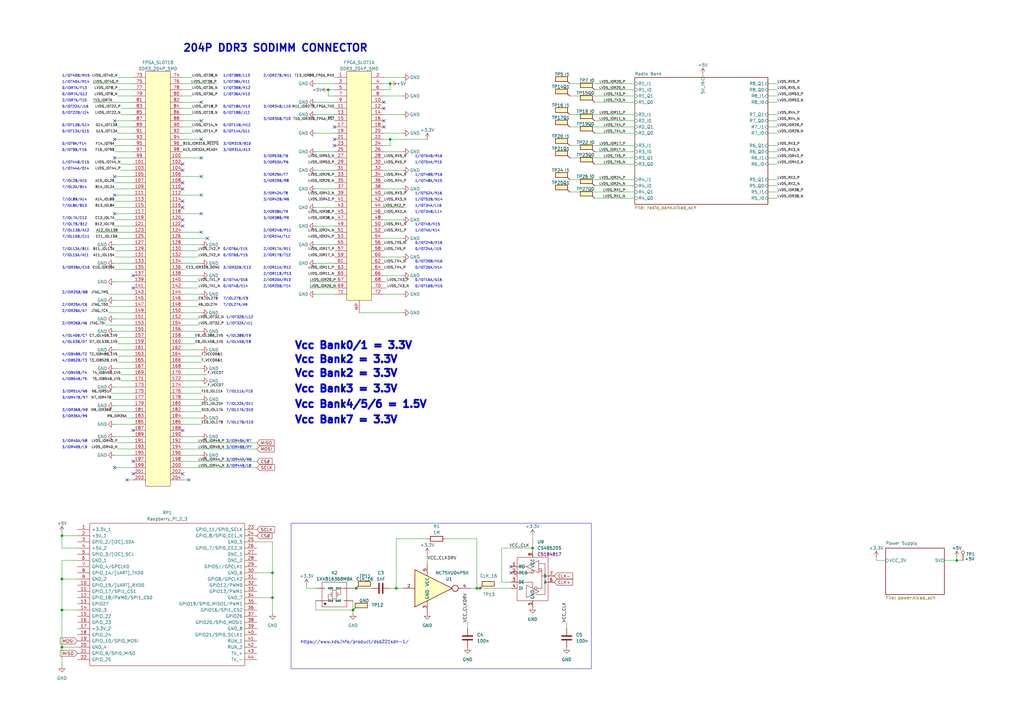
<source format=kicad_sch>
(kicad_sch (version 20231120) (generator "eeschema") (generator_version "8.0")
  (paper "A3")
  (title_block (title "TART-3 Motherboard") (date "2023-05-18") (rev "v3.0.0a1") (company "Tim Molteno") (comment 1 "tim@elec.ac.nz"))
  (junction (at 195.58 241.3))
  (junction (at 146.05 241.3))
  (junction (at 25.4 237.49))
  (junction (at 196.85 241.3))
  (junction (at 160.02 57.15))
  (junction (at 392.43 229.87))
  (junction (at 144.78 250.19))
  (junction (at 134.62 36.83))
  (junction (at 111.76 234.95))
  (junction (at 111.76 245.11))
  (junction (at 25.4 265.43))
  (junction (at 160.02 34.29))
  (junction (at 218.44 224.79))
  (junction (at 162.56 241.3))
  (junction (at 25.4 250.19))
  (junction (at 25.4 219.71))
  (no_connect (at 157.48 41.91))
  (no_connect (at 74.93 90.17))
  (no_connect (at 46.99 87.63))
  (no_connect (at 74.93 77.47))
  (no_connect (at 82.55 80.01))
  (no_connect (at 82.55 49.53))
  (no_connect (at 157.48 52.07))
  (no_connect (at 157.48 49.53))
  (no_connect (at 82.55 57.15))
  (no_connect (at 52.07 196.85))
  (no_connect (at 54.61 118.11))
  (no_connect (at 82.55 41.91))
  (no_connect (at 157.48 44.45))
  (no_connect (at 209.55 234.95))
  (no_connect (at 54.61 194.31))
  (no_connect (at 46.99 57.15))
  (no_connect (at 82.55 72.39))
  (no_connect (at 74.93 194.31))
  (no_connect (at 82.55 95.25))
  (no_connect (at 77.47 196.85))
  (no_connect (at 74.93 82.55))
  (no_connect (at 46.99 49.53))
  (no_connect (at 209.55 232.41))
  (no_connect (at 137.16 52.07))
  (no_connect (at 82.55 87.63))
  (no_connect (at 54.61 176.53))
  (no_connect (at 46.99 191.77))
  (no_connect (at 46.99 80.01))
  (no_connect (at 46.99 64.77))
  (no_connect (at 46.99 72.39))
  (no_connect (at 74.93 67.31))
  (no_connect (at 85.09 97.79))
  (no_connect (at 54.61 189.23))
  (no_connect (at 74.93 85.09))
  (no_connect (at 74.93 74.93))
  (no_connect (at 74.93 69.85))
  (no_connect (at 82.55 64.77))
  (no_connect (at 74.93 92.71))
  (no_connect (at 74.93 176.53))
  (no_connect (at 54.61 113.03))
  (no_connect (at 137.16 59.69))
  (no_connect (at 137.16 57.15))
  (wire (pts (xy 81.28 105.41) (xy 74.93 105.41)))
  (wire (pts (xy 78.74 39.37) (xy 74.93 39.37)))
  (wire (pts (xy 129.54 92.71) (xy 137.16 92.71)))
  (wire (pts (xy 134.62 36.83) (xy 137.16 36.83)))
  (wire (pts (xy 233.68 52.07) (xy 260.35 52.07)))
  (wire (pts (xy 134.62 39.37) (xy 134.62 36.83)))
  (wire (pts (xy 129.54 100.33) (xy 137.16 100.33)))
  (wire (pts (xy 165.1 97.79) (xy 157.48 97.79)))
  (wire (pts (xy 165.1 46.99) (xy 157.48 46.99)))
  (wire (pts (xy 392.43 228.6) (xy 392.43 229.87)))
  (wire (pts (xy 74.93 80.01) (xy 82.55 80.01)))
  (wire (pts (xy 105.41 222.25) (xy 111.76 222.25)))
  (wire (pts (xy 46.99 90.17) (xy 54.61 90.17)))
  (wire (pts (xy 243.84 36.83) (xy 260.35 36.83)))
  (wire (pts (xy 46.99 77.47) (xy 54.61 77.47)))
  (wire (pts (xy 165.1 113.03) (xy 157.48 113.03)))
  (wire (pts (xy 82.55 100.33) (xy 74.93 100.33)))
  (wire (pts (xy 363.22 229.87) (xy 359.41 229.87)))
  (wire (pts (xy 82.55 173.99) (xy 74.93 173.99)))
  (wire (pts (xy 48.26 39.37) (xy 54.61 39.37)))
  (wire (pts (xy 314.96 41.91) (xy 318.77 41.91)))
  (wire (pts (xy 82.55 107.95) (xy 74.93 107.95)))
  (wire (pts (xy 82.55 128.27) (xy 74.93 128.27)))
  (wire (pts (xy 233.68 34.29) (xy 260.35 34.29)))
  (wire (pts (xy 49.53 69.85) (xy 54.61 69.85)))
  (wire (pts (xy 74.93 57.15) (xy 82.55 57.15)))
  (wire (pts (xy 74.93 95.25) (xy 82.55 95.25)))
  (wire (pts (xy 233.68 39.37) (xy 260.35 39.37)))
  (wire (pts (xy 31.75 224.79) (xy 25.4 224.79)))
  (wire (pts (xy 218.44 224.79) (xy 218.44 226.06)))
  (wire (pts (xy 233.68 73.66) (xy 260.35 73.66)))
  (wire (pts (xy 392.43 229.87) (xy 387.35 229.87)))
  (wire (pts (xy 243.84 62.23) (xy 260.35 62.23)))
  (wire (pts (xy 74.93 49.53) (xy 82.55 49.53)))
  (wire (pts (xy 25.4 229.87) (xy 25.4 237.49)))
  (wire (pts (xy 81.28 115.57) (xy 74.93 115.57)))
  (wire (pts (xy 165.1 54.61) (xy 157.48 54.61)))
  (wire (pts (xy 165.1 69.85) (xy 157.48 69.85)))
  (wire (pts (xy 46.99 62.23) (xy 54.61 62.23)))
  (wire (pts (xy 165.1 105.41) (xy 157.48 105.41)))
  (wire (pts (xy 46.99 179.07) (xy 54.61 179.07)))
  (wire (pts (xy 191.77 255.27) (xy 191.77 257.81)))
  (wire (pts (xy 105.41 181.61) (xy 74.93 181.61)))
  (wire (pts (xy 243.84 49.53) (xy 260.35 49.53)))
  (wire (pts (xy 46.99 59.69) (xy 54.61 59.69)))
  (wire (pts (xy 48.26 146.05) (xy 54.61 146.05)))
  (wire (pts (xy 157.48 34.29) (xy 160.02 34.29)))
  (wire (pts (xy 160.02 57.15) (xy 160.02 59.69)))
  (wire (pts (xy 82.55 156.21) (xy 74.93 156.21)))
  (wire (pts (xy 233.68 46.99) (xy 260.35 46.99)))
  (wire (pts (xy 165.1 31.75) (xy 157.48 31.75)))
  (wire (pts (xy 46.99 80.01) (xy 54.61 80.01)))
  (wire (pts (xy 25.4 265.43) (xy 25.4 273.05)))
  (wire (pts (xy 314.96 52.07) (xy 318.77 52.07)))
  (wire (pts (xy 46.99 92.71) (xy 54.61 92.71)))
  (wire (pts (xy 243.84 67.31) (xy 260.35 67.31)))
  (wire (pts (xy 25.4 250.19) (xy 25.4 265.43)))
  (wire (pts (xy 78.74 44.45) (xy 74.93 44.45)))
  (wire (pts (xy 288.29 30.48) (xy 288.29 31.75)))
  (wire (pts (xy 160.02 241.3) (xy 162.56 241.3)))
  (wire (pts (xy 165.1 77.47) (xy 157.48 77.47)))
  (wire (pts (xy 81.28 133.35) (xy 74.93 133.35)))
  (wire (pts (xy 46.99 173.99) (xy 54.61 173.99)))
  (wire (pts (xy 111.76 234.95) (xy 111.76 245.11)))
  (wire (pts (xy 314.96 39.37) (xy 318.77 39.37)))
  (wire (pts (xy 25.4 265.43) (xy 31.75 265.43)))
  (wire (pts (xy 49.53 153.67) (xy 54.61 153.67)))
  (wire (pts (xy 129.54 120.65) (xy 137.16 120.65)))
  (wire (pts (xy 82.55 143.51) (xy 74.93 143.51)))
  (wire (pts (xy 129.54 77.47) (xy 137.16 77.47)))
  (wire (pts (xy 182.88 220.98) (xy 195.58 220.98)))
  (wire (pts (xy 146.05 241.3) (xy 152.4 241.3)))
  (wire (pts (xy 166.37 85.09) (xy 157.48 85.09)))
  (wire (pts (xy 78.74 46.99) (xy 74.93 46.99)))
  (wire (pts (xy 48.26 31.75) (xy 54.61 31.75)))
  (wire (pts (xy 129.54 85.09) (xy 137.16 85.09)))
  (wire (pts (xy 46.99 85.09) (xy 54.61 85.09)))
  (wire (pts (xy 158.75 115.57) (xy 157.48 115.57)))
  (wire (pts (xy 146.05 241.3) (xy 144.78 241.3)))
  (wire (pts (xy 160.02 57.15) (xy 175.26 57.15)))
  (wire (pts (xy 46.99 87.63) (xy 54.61 87.63)))
  (wire (pts (xy 233.68 78.74) (xy 260.35 78.74)))
  (wire (pts (xy 105.41 184.15) (xy 74.93 184.15)))
  (wire (pts (xy 314.96 81.28) (xy 318.77 81.28)))
  (wire (pts (xy 46.99 107.95) (xy 54.61 107.95)))
  (wire (pts (xy 81.28 123.19) (xy 74.93 123.19)))
  (wire (pts (xy 105.41 245.11) (xy 111.76 245.11)))
  (wire (pts (xy 31.75 219.71) (xy 25.4 219.71)))
  (wire (pts (xy 209.55 238.76) (xy 205.74 238.76)))
  (wire (pts (xy 46.99 130.81) (xy 54.61 130.81)))
  (wire (pts (xy 243.84 54.61) (xy 260.35 54.61)))
  (wire (pts (xy 193.04 241.3) (xy 195.58 241.3)))
  (wire (pts (xy 82.55 161.29) (xy 74.93 161.29)))
  (wire (pts (xy 314.96 49.53) (xy 318.77 49.53)))
  (wire (pts (xy 195.58 220.98) (xy 195.58 241.3)))
  (wire (pts (xy 46.99 57.15) (xy 54.61 57.15)))
  (wire (pts (xy 111.76 245.11) (xy 111.76 251.46)))
  (wire (pts (xy 48.26 36.83) (xy 54.61 36.83)))
  (wire (pts (xy 46.99 49.53) (xy 54.61 49.53)))
  (wire (pts (xy 44.45 120.65) (xy 54.61 120.65)))
  (wire (pts (xy 81.28 125.73) (xy 74.93 125.73)))
  (wire (pts (xy 137.16 39.37) (xy 134.62 39.37)))
  (wire (pts (xy 39.37 95.25) (xy 54.61 95.25)))
  (wire (pts (xy 48.26 184.15) (xy 54.61 184.15)))
  (wire (pts (xy 129.54 69.85) (xy 137.16 69.85)))
  (wire (pts (xy 46.99 72.39) (xy 54.61 72.39)))
  (wire (pts (xy 78.74 54.61) (xy 74.93 54.61)))
  (wire (pts (xy 44.45 125.73) (xy 54.61 125.73)))
  (wire (pts (xy 129.54 246.38) (xy 129.54 250.19)))
  (wire (pts (xy 46.99 186.69) (xy 54.61 186.69)))
  (wire (pts (xy 129.54 107.95) (xy 137.16 107.95)))
  (wire (pts (xy 46.99 166.37) (xy 54.61 166.37)))
  (wire (pts (xy 82.55 151.13) (xy 74.93 151.13)))
  (wire (pts (xy 129.54 34.29) (xy 137.16 34.29)))
  (wire (pts (xy 147.32 128.27) (xy 165.1 128.27)))
  (wire (pts (xy 74.93 97.79) (xy 85.09 97.79)))
  (wire (pts (xy 233.68 64.77) (xy 260.35 64.77)))
  (wire (pts (xy 46.99 115.57) (xy 54.61 115.57)))
  (wire (pts (xy 314.96 67.31) (xy 318.77 67.31)))
  (wire (pts (xy 81.28 102.87) (xy 74.93 102.87)))
  (wire (pts (xy 127 115.57) (xy 137.16 115.57)))
  (wire (pts (xy 74.93 41.91) (xy 82.55 41.91)))
  (wire (pts (xy 38.1 34.29) (xy 54.61 34.29)))
  (wire (pts (xy 46.99 151.13) (xy 54.61 151.13)))
  (wire (pts (xy 232.41 255.27) (xy 232.41 257.81)))
  (wire (pts (xy 82.55 179.07) (xy 74.93 179.07)))
  (wire (pts (xy 46.99 158.75) (xy 54.61 158.75)))
  (wire (pts (xy 160.02 36.83) (xy 160.02 34.29)))
  (wire (pts (xy 45.72 163.83) (xy 54.61 163.83)))
  (wire (pts (xy 144.78 250.19) (xy 144.78 251.46)))
  (wire (pts (xy 314.96 36.83) (xy 318.77 36.83)))
  (wire (pts (xy 45.72 161.29) (xy 54.61 161.29)))
  (wire (pts (xy 82.55 113.03) (xy 74.93 113.03)))
  (wire (pts (xy 80.01 140.97) (xy 74.93 140.97)))
  (wire (pts (xy 127 118.11) (xy 137.16 118.11)))
  (wire (pts (xy 25.4 224.79) (xy 25.4 219.71)))
  (wire (pts (xy 49.53 156.21) (xy 54.61 156.21)))
  (wire (pts (xy 43.18 133.35) (xy 54.61 133.35)))
  (wire (pts (xy 218.44 219.71) (xy 218.44 224.79)))
  (wire (pts (xy 81.28 130.81) (xy 74.93 130.81)))
  (wire (pts (xy 46.99 102.87) (xy 54.61 102.87)))
  (wire (pts (xy 46.99 74.93) (xy 54.61 74.93)))
  (wire (pts (xy 157.48 57.15) (xy 160.02 57.15)))
  (wire (pts (xy 88.9 34.29) (xy 74.93 34.29)))
  (wire (pts (xy 82.55 120.65) (xy 74.93 120.65)))
  (wire (pts (xy 129.54 62.23) (xy 137.16 62.23)))
  (wire (pts (xy 31.75 237.49) (xy 25.4 237.49)))
  (wire (pts (xy 314.96 64.77) (xy 318.77 64.77)))
  (wire (pts (xy 81.28 118.11) (xy 74.93 118.11)))
  (wire (pts (xy 82.55 168.91) (xy 74.93 168.91)))
  (wire (pts (xy 314.96 59.69) (xy 318.77 59.69)))
  (wire (pts (xy 82.55 186.69) (xy 74.93 186.69)))
  (wire (pts (xy 74.93 189.23) (xy 105.41 189.23)))
  (wire (pts (xy 165.1 90.17) (xy 157.48 90.17)))
  (wire (pts (xy 46.99 135.89) (xy 54.61 135.89)))
  (wire (pts (xy 129.54 54.61) (xy 137.16 54.61)))
  (wire (pts (xy 165.1 62.23) (xy 157.48 62.23)))
  (wire (pts (xy 82.55 146.05) (xy 74.93 146.05)))
  (wire (pts (xy 129.54 41.91) (xy 137.16 41.91)))
  (wire (pts (xy 48.26 148.59) (xy 54.61 148.59)))
  (wire (pts (xy 162.56 220.98) (xy 162.56 241.3)))
  (wire (pts (xy 175.26 220.98) (xy 162.56 220.98)))
  (wire (pts (xy 80.01 138.43) (xy 74.93 138.43)))
  (wire (pts (xy 243.84 41.91) (xy 260.35 41.91)))
  (wire (pts (xy 129.54 46.99) (xy 137.16 46.99)))
  (wire (pts (xy 48.26 52.07) (xy 54.61 52.07)))
  (wire (pts (xy 74.93 64.77) (xy 82.55 64.77)))
  (wire (pts (xy 392.43 229.87) (xy 394.97 229.87)))
  (wire (pts (xy 196.85 241.3) (xy 209.55 241.3)))
  (wire (pts (xy 48.26 97.79) (xy 54.61 97.79)))
  (wire (pts (xy 165.1 39.37) (xy 157.48 39.37)))
  (wire (pts (xy 74.93 87.63) (xy 82.55 87.63)))
  (wire (pts (xy 105.41 234.95) (xy 111.76 234.95)))
  (wire (pts (xy 85.09 153.67) (xy 74.93 153.67)))
  (wire (pts (xy 76.2 110.49) (xy 74.93 110.49)))
  (wire (pts (xy 78.74 31.75) (xy 74.93 31.75)))
  (wire (pts (xy 82.55 135.89) (xy 74.93 135.89)))
  (wire (pts (xy 157.48 36.83) (xy 160.02 36.83)))
  (wire (pts (xy 48.26 54.61) (xy 54.61 54.61)))
  (wire (pts (xy 158.75 118.11) (xy 157.48 118.11)))
  (wire (pts (xy 46.99 191.77) (xy 54.61 191.77)))
  (wire (pts (xy 85.09 158.75) (xy 74.93 158.75)))
  (wire (pts (xy 243.84 81.28) (xy 260.35 81.28)))
  (wire (pts (xy 82.55 148.59) (xy 74.93 148.59)))
  (wire (pts (xy 46.99 82.55) (xy 54.61 82.55)))
  (wire (pts (xy 359.41 229.87) (xy 359.41 228.6)))
  (wire (pts (xy 314.96 78.74) (xy 318.77 78.74)))
  (wire (pts (xy 205.74 238.76) (xy 205.74 224.79)))
  (wire (pts (xy 25.4 219.71) (xy 25.4 218.44)))
  (wire (pts (xy 46.99 105.41) (xy 54.61 105.41)))
  (wire (pts (xy 129.54 241.3) (xy 125.73 241.3)))
  (wire (pts (xy 46.99 64.77) (xy 54.61 64.77)))
  (wire (pts (xy 314.96 46.99) (xy 318.77 46.99)))
  (wire (pts (xy 46.99 100.33) (xy 54.61 100.33)))
  (wire (pts (xy 48.26 181.61) (xy 54.61 181.61)))
  (wire (pts (xy 82.55 163.83) (xy 74.93 163.83)))
  (wire (pts (xy 48.26 140.97) (xy 54.61 140.97)))
  (wire (pts (xy 314.96 76.2) (xy 318.77 76.2)))
  (wire (pts (xy 111.76 222.25) (xy 111.76 234.95)))
  (wire (pts (xy 314.96 54.61) (xy 318.77 54.61)))
  (wire (pts (xy 74.93 191.77) (xy 105.41 191.77)))
  (wire (pts (xy 74.93 72.39) (xy 82.55 72.39)))
  (wire (pts (xy 314.96 62.23) (xy 318.77 62.23)))
  (wire (pts (xy 25.4 237.49) (xy 25.4 250.19)))
  (wire (pts (xy 38.1 41.91) (xy 54.61 41.91)))
  (wire (pts (xy 160.02 59.69) (xy 157.48 59.69)))
  (wire (pts (xy 205.74 224.79) (xy 218.44 224.79)))
  (wire (pts (xy 52.07 196.85) (xy 54.61 196.85)))
  (wire (pts (xy 46.99 123.19) (xy 54.61 123.19)))
  (wire (pts (xy 78.74 52.07) (xy 74.93 52.07)))
  (wire (pts (xy 243.84 76.2) (xy 260.35 76.2)))
  (wire (pts (xy 129.54 250.19) (xy 144.78 250.19)))
  (wire (pts (xy 74.93 196.85) (xy 77.47 196.85)))
  (wire (pts (xy 175.26 227.33) (xy 175.26 231.14)))
  (wire (pts (xy 314.96 73.66) (xy 318.77 73.66)))
  (wire (pts (xy 46.99 110.49) (xy 54.61 110.49)))
  (wire (pts (xy 314.96 34.29) (xy 318.77 34.29)))
  (wire (pts (xy 195.58 241.3) (xy 196.85 241.3)))
  (wire (pts (xy 162.56 241.3) (xy 165.1 241.3)))
  (wire (pts (xy 165.1 120.65) (xy 157.48 120.65)))
  (wire (pts (xy 125.73 241.3) (xy 125.73 240.03)))
  (wire (pts (xy 82.55 171.45) (xy 74.93 171.45)))
  (wire (pts (xy 78.74 36.83) (xy 74.93 36.83)))
  (wire (pts (xy 25.4 250.19) (xy 31.75 250.19)))
  (wire (pts (xy 45.72 168.91) (xy 54.61 168.91)))
  (wire (pts (xy 233.68 59.69) (xy 260.35 59.69)))
  (wire (pts (xy 44.45 128.27) (xy 54.61 128.27)))
  (wire (pts (xy 46.99 143.51) (xy 54.61 143.51)))
  (wire (pts (xy 31.75 229.87) (xy 25.4 229.87)))
  (wire (pts (xy 49.53 46.99) (xy 54.61 46.99)))
  (wire (pts (xy 144.78 246.38) (xy 144.78 250.19)))
  (wire (pts (xy 49.53 67.31) (xy 54.61 67.31)))
  (wire (pts (xy 49.53 44.45) (xy 54.61 44.45)))
  (wire (pts (xy 52.07 171.45) (xy 54.61 171.45)))
  (wire (pts (xy 48.26 138.43) (xy 54.61 138.43)))
  (wire (pts (xy 82.55 166.37) (xy 74.93 166.37)))
  (rectangle (start 119.38 214.63) (end 242.57 274.32))
  (text "2/IOR24A/T11\n" (at 107.95 97.79 0) (effects (font (size 1 1)) (justify left bottom)))
  (text "1/IOT36B/K12\n" (at 91.44 36.83 0) (effects (font (size 1 1)) (justify left bottom)))
  (text "0/IOT16B/H15\n" (at 170.18 118.11 0) (effects (font (size 1 1)) (justify left bottom)))
  (text "0/IOT22B/J14\n" (at 25.4 46.99 0) (effects (font (size 1 1)) (justify left bottom)))
  (text "2/IOR17B/T12\n" (at 107.95 105.41 0) (effects (font (size 1 1)) (justify left bottom)))
  (text "Vcc Bank0/1 = 3.3V" (at 120.65 143.51 0) (effects (font (size 3 3) (thickness 1.6) (bold yes)) (justify left bottom)))
  (text "2/IOR17A/R11\n" (at 107.95 102.87 0) (effects (font (size 1 1)) (justify left bottom)))
  (text "0/IOT18B/J12\n" (at 91.44 46.99 0) (effects (font (size 1 1)) (justify left bottom)))
  (text "4/IOL40B/C7\n" (at 25.4 138.43 0) (effects (font (size 1 1)) (justify left bottom)))
  (text "3/IOR44B/L8" (at 92.71 191.77 0) (effects (font (size 1 1)) (justify left bottom)))
  (text "Vcc Bank3 = 3.3V" (at 120.65 161.29 0) (effects (font (size 3 3) (thickness 1.6) (bold yes)) (justify left bottom)))
  (text "3/IOR47B/N7" (at 25.4 163.83 0) (effects (font (size 1 1)) (justify left bottom)))
  (text "3/IOR40B/L9\n" (at 25.4 184.15 0) (effects (font (size 1 1)) (justify left bottom)))
  (text "2/IOR11B/P13\n" (at 107.95 113.03 0) (effects (font (size 1 1)) (justify left bottom)))
  (text "0/IOT22A/J16\n" (at 25.4 44.45 0) (effects (font (size 1 1)) (justify left bottom)))
  (text "4/IOB52B/T3" (at 25.4 148.59 0) (effects (font (size 1 1)) (justify left bottom)))
  (text "3/IOR35B/T10\n" (at 107.95 49.53 0) (effects (font (size 1 1)) (justify left bottom)))
  (text "3/IOR29B/R8\n" (at 107.95 74.93 0) (effects (font (size 1 1)) (justify left bottom)))
  (text "0/IOT6A/E15\n" (at 91.44 102.87 0) (effects (font (size 1 1)) (justify left bottom)))
  (text "0/IOT13B/G14\n" (at 25.4 52.07 0) (effects (font (size 1 1)) (justify left bottom)))
  (text "204P DDR3 SODIMM CONNECTOR" (at 74.93 21.59 0) (effects (font (size 3.048 3.048) (bold yes)) (justify left bottom)))
  (text "2/IOR20A/R13\n" (at 107.95 115.57 0) (effects (font (size 1 1)) (justify left bottom)))
  (text "2/IOR25A/C6\n" (at 25.4 125.73 0) (effects (font (size 1 1)) (justify left bottom)))
  (text "1/IOT54A/P15\n" (at 170.18 67.31 0) (effects (font (size 1 1)) (justify left bottom)))
  (text "1/IOT44B/E15\n" (at 25.4 67.31 0) (effects (font (size 1 1)) (justify left bottom)))
  (text "7/IOL27A/A9\n" (at 91.44 125.73 0) (effects (font (size 1 1)) (justify left bottom)))
  (text "4/IOB54B/T5\n" (at 25.4 156.21 0) (effects (font (size 1 1)) (justify left bottom)))
  (text "0/IOT16A/G16\n" (at 170.18 115.57 0) (effects (font (size 1 1)) (justify left bottom)))
  (text "7/IOL17A/D10\n" (at 92.71 168.91 0) (effects (font (size 1 1)) (justify left bottom)))
  (text "7/IOL2B/A15\n" (at 25.4 74.93 0) (effects (font (size 1 1)) (justify left bottom)))
  (text "7/IOL27B/C9\n" (at 91.44 123.19 0) (effects (font (size 1 1)) (justify left bottom)))
  (text "1/IOT38B/L13\n" (at 91.44 31.75 0) (effects (font (size 1 1)) (justify left bottom)))
  (text "3/IOR31A/A13" (at 91.44 62.23 0) (effects (font (size 1 1)) (justify left bottom)))
  (text "1/IOT52A/N16\n" (at 170.18 80.01 0) (effects (font (size 1 1)) (justify left bottom)))
  (text "3/IOR31B/B10" (at 91.44 59.69 0) (effects (font (size 1 1)) (justify left bottom)))
  (text "Vcc Bank7 = 3.3V" (at 120.65 173.99 0) (effects (font (size 3 3) (thickness 1.6) (bold yes)) (justify left bottom)))
  (text "3/IOR36B/N9\n" (at 25.4 168.91 0) (effects (font (size 1 1)) (justify left bottom)))
  (text "3/IOR39A/C10" (at 25.4 110.49 0) (effects (font (size 1 1)) (justify left bottom)))
  (text "1/IOT38A/K11\n" (at 91.44 34.29 0) (effects (font (size 1 1)) (justify left bottom)))
  (text "2/IOR7A/T15\n" (at 25.4 41.91 0) (effects (font (size 1 1)) (justify left bottom)))
  (text "1/IOT32A/J11\n" (at 92.71 133.35 0) (effects (font (size 1 1)) (justify left bottom)))
  (text "7/IOL2A/B14\n" (at 25.4 77.47 0) (effects (font (size 1 1)) (justify left bottom)))
  (text "4/IOL38B/E9\n" (at 92.71 138.43 0) (effects (font (size 1 1)) (justify left bottom)))
  (text "0/IOT6B/F15\n" (at 91.44 105.41 0) (effects (font (size 1 1)) (justify left bottom)))
  (text "1/IOT34B/L14\n" (at 170.18 87.63 0) (effects (font (size 1 1)) (justify left bottom)))
  (text "0/IOT24B/K16\n" (at 170.18 100.33 0) (effects (font (size 1 1)) (justify left bottom)))
  (text "3/IOR51A/N6\n" (at 25.4 161.29 0) (effects (font (size 1 1)) (justify left bottom)))
  (text "3/IOR40A/N8\n" (at 25.4 181.61 0) (effects (font (size 1 1)) (justify left bottom)))
  (text "0/IOT18A/H13" (at 91.44 44.45 0) (effects (font (size 1 1)) (justify left bottom)))
  (text "2/IOR24B/P11\n" (at 107.95 95.25 0) (effects (font (size 1 1)) (justify left bottom)))
  (text "3/IOR34B/L10\n" (at 107.95 44.45 0) (effects (font (size 1 1)) (justify left bottom)))
  (text "3/IOR49A/R7" (at 92.71 181.61 0) (effects (font (size 1 1)) (justify left bottom)))
  (text "7/IOL7A/C12\n" (at 25.4 90.17 0) (effects (font (size 1 1)) (justify left bottom)))
  (text "1/IOT52B/N14\n" (at 170.18 82.55 0) (effects (font (size 1 1)) (justify left bottom)))
  (text "1/IOT32B/L12\n" (at 92.71 130.81 0) (effects (font (size 1 1)) (justify left bottom)))
  (text "2/IOR26B/A6\n" (at 25.4 133.35 0) (effects (font (size 1 1)) (justify left bottom)))
  (text "7/IOL11A/F10\n" (at 92.71 161.29 0) (effects (font (size 1 1)) (justify left bottom)))
  (text "2/IOR27B/M11\n" (at 107.95 31.75 0) (effects (font (size 1 1)) (justify left bottom)))
  (text "4/IOB45B/T4\n" (at 25.4 153.67 0) (effects (font (size 1 1)) (justify left bottom)))
  (text "0/IOT20A/H14\n" (at 170.18 110.49 0) (effects (font (size 1 1)) (justify left bottom)))
  (text "3/IOR38B/P9\n" (at 107.95 90.17 0) (effects (font (size 1 1)) (justify left bottom)))
  (text "3/IOR35A/R9\n" (at 25.4 171.45 0) (effects (font (size 1 1)) (justify left bottom)))
  (text "1/IOT48A/N15\n" (at 170.18 74.93 0) (effects (font (size 1 1)) (justify left bottom)))
  (text "https://www.kds.info/product/dsb221sdn-1/" (at 123.19 264.16 0) (effects (font (size 1.27 1.27)) (justify left bottom)))
  (text "3/IOR53A/P6\n" (at 107.95 67.31 0) (effects (font (size 1 1)) (justify left bottom)))
  (text "7/IOL13B/A12\n" (at 25.4 95.25 0) (effects (font (size 1 1)) (justify left bottom)))
  (text "1/IOT54B/R16\n" (at 170.18 64.77 0) (effects (font (size 1 1)) (justify left bottom)))
  (text "0/IOT20B/H16\n" (at 170.18 107.95 0) (effects (font (size 1 1)) (justify left bottom)))
  (text "4/IOB48B/T2" (at 25.4 146.05 0) (effects (font (size 1 1)) (justify left bottom)))
  (text "2/IOR26A/A7\n" (at 25.4 128.27 0) (effects (font (size 1 1)) (justify left bottom)))
  (text "2/IOR25B/B8\n" (at 25.4 120.65 0) (effects (font (size 1 1)) (justify left bottom)))
  (text "7/IOL15B/C11\n" (at 25.4 97.79 0) (effects (font (size 1 1)) (justify left bottom)))
  (text "7/IOL7B/B12\n" (at 25.4 92.71 0) (effects (font (size 1 1)) (justify left bottom)))
  (text "7/IOL17B/E10\n" (at 92.71 173.99 0) (effects (font (size 1 1)) (justify left bottom)))
  (text "3/IOR38A/T9\n" (at 107.95 87.63 0) (effects (font (size 1 1)) (justify left bottom)))
  (text "Vcc Bank2 = 3.3V" (at 120.65 154.94 0) (effects (font (size 3 3) (thickness 1.6) (bold yes)) (justify left bottom)))
  (text "3/IOR29A/T7\n" (at 107.95 72.39 0) (effects (font (size 1 1)) (justify left bottom)))
  (text "0/IOT24A/J15\n" (at 170.18 102.87 0) (effects (font (size 1 1)) (justify left bottom)))
  (text "0/IOT14A/G11" (at 91.44 54.61 0) (effects (font (size 1 1)) (justify left bottom)))
  (text "2/IOR11A/R12\n" (at 107.95 110.49 0) (effects (font (size 1 1)) (justify left bottom)))
  (text "3/IOR42A/T8\n" (at 107.95 80.01 0) (effects (font (size 1 1)) (justify left bottom)))
  (text "4/IOL53B/D7" (at 25.4 140.97 0) (effects (font (size 1 1)) (justify left bottom)))
  (text "1/IOT40A/M14\n" (at 25.4 34.29 0) (effects (font (size 1 1)) (justify left bottom)))
  (text "Vcc Bank4/5/6 = 1.5V" (at 120.65 167.64 0) (effects (font (size 3 3) (thickness 1.6) (bold yes)) (justify left bottom)))
  (text "3/IOR53B/T6\n" (at 107.95 64.77 0) (effects (font (size 1 1)) (justify left bottom)))
  (text "0/IOT4B/E14\n" (at 91.44 118.11 0) (effects (font (size 1 1)) (justify left bottom)))
  (text "0/IOT9A/F14\n" (at 25.4 59.69 0) (effects (font (size 1 1)) (justify left bottom)))
  (text "1/IOT36A/K13\n" (at 91.44 39.37 0) (effects (font (size 1 1)) (justify left bottom)))
  (text "0/IOT13A/G15\n" (at 25.4 54.61 0) (effects (font (size 1 1)) (justify left bottom)))
  (text "0/IOR7A/G12" (at 25.4 39.37 0) (effects (font (size 1 1)) (justify left bottom)))
  (text "3/IOR32B/C13\n" (at 91.44 110.49 0) (effects (font (size 1 1)) (justify left bottom)))
  (text "1/IOT34A/L16\n" (at 170.18 85.09 0) (effects (font (size 1 1)) (justify left bottom)))
  (text "1/IOT44A/D14" (at 25.4 69.85 0) (effects (font (size 1 1)) (justify left bottom)))
  (text "0/IOT4A/D16\n" (at 91.44 115.57 0) (effects (font (size 1 1)) (justify left bottom)))
  (text "0/IOR7A/F13\n" (at 25.4 36.83 0) (effects (font (size 1 1)) (justify left bottom)))
  (text "7/IOL15A/A11\n" (at 25.4 105.41 0) (effects (font (size 1 1)) (justify left bottom)))
  (text "7/IOL13A/B11\n" (at 25.4 102.87 0) (effects (font (size 1 1)) (justify left bottom)))
  (text "7/IOL22A/D11\n" (at 92.71 166.37 0) (effects (font (size 1 1)) (justify left bottom)))
  (text "4/IOL45B/E8\n" (at 92.71 140.97 0) (effects (font (size 1 1)) (justify left bottom)))
  (text "2/IOR20B/T14\n" (at 107.95 118.11 0) (effects (font (size 1 1)) (justify left bottom)))
  (text "1/IOT40B/M15\n" (at 25.4 31.75 0) (effects (font (size 1 1)) (justify left bottom)))
  (text "3/IOR44A/M6\n" (at 92.71 189.23 0) (effects (font (size 1 1)) (justify left bottom)))
  (text "1/IOT4B/K15\n" (at 170.18 92.71 0) (effects (font (size 1 1)) (justify left bottom)))
  (text "Vcc Bank2 = 3.3V" (at 120.65 149.225 0) (effects (font (size 3 3) (thickness 1.6) (bold yes)) (justify left bottom)))
  (text "3/IOR42B/M6\n" (at 107.95 82.55 0) (effects (font (size 1 1)) (justify left bottom)))
  (text "0/IOT14B/H12\n" (at 91.44 52.07 0) (effects (font (size 1 1)) (justify left bottom)))
  (text "7/IOL8B/A14\n" (at 25.4 82.55 0) (effects (font (size 1 1)) (justify left bottom)))
  (text "3/IOR49B/P7\n" (at 92.71 184.15 0) (effects (font (size 1 1)) (justify left bottom)))
  (text "1/IOT48B/P16\n" (at 170.18 72.39 0) (effects (font (size 1 1)) (justify left bottom)))
  (text "0/IOT9B/F16\n" (at 25.4 62.23 0) (effects (font (size 1 1)) (justify left bottom)))
  (text "1/IOT4A/K14\n" (at 170.18 95.25 0) (effects (font (size 1 1)) (justify left bottom)))
  (text "7/IOL8A/B13\n" (at 25.4 85.09 0) (effects (font (size 1 1)) (justify left bottom)))
  (label "R9_IOR35A" (at 52.07 171.45 180) (effects (font (size 1 1))))
  (label "LVDS_IOR20_N" (at 127 118.11 0) (effects (font (size 1 1))))
  (label "LVDS_RX5_P" (at 318.77 34.29 0) (effects (font (size 1 1))))
  (label "LVDS_RX5_N" (at 157.48 64.77 0) (effects (font (size 1 1))))
  (label "LVDS_IOR38_N" (at 137.16 90.17 180) (effects (font (size 1 1))))
  (label "E8_IOL45B_1V5" (at 80.01 140.97 0) (effects (font (size 1 1))))
  (label "B10_IOR31B_~{RECFG}" (at 74.93 59.69 0) (effects (font (size 1 1))))
  (label "LVDS_IOR11_P" (at 137.16 110.49 180) (effects (font (size 1 1))))
  (label "LVDS_RX4_N" (at 157.48 72.39 0) (effects (font (size 1 1))))
  (label "VCC_CLKDRV" (at 191.77 255.27 90))
  (label "LVDS_RX2_N" (at 157.48 87.63 0) (effects (font (size 1 1))))
  (label "LVDS_IOR17_P" (at 256.54 59.69 180) (effects (font (size 1 1))))
  (label "LVDS_IOR42_N" (at 137.16 80.01 180) (effects (font (size 1 1))))
  (label "LVDS_IOR11_N" (at 137.16 113.03 180) (effects (font (size 1 1))))
  (label "C11_IOL15B" (at 48.26 97.79 180) (effects (font (size 1 1))))
  (label "LVDS_IOT40_P" (at 38.1 34.29 0) (effects (font (size 1 1))))
  (label "F16_IOT9B" (at 46.99 62.23 180) (effects (font (size 1 1))))
  (label "LVDS_TX2_P" (at 81.28 102.87 0) (effects (font (size 1 1))))
  (label "LVDS_IOT14_P" (at 78.74 54.61 0) (effects (font (size 1 1))))
  (label "F_VCCO7" (at 85.09 158.75 0) (effects (font (size 1 1))))
  (label "LVDS_TX4_N" (at 157.48 107.95 0) (effects (font (size 1 1))))
  (label "LVDS_IOT36_N" (at 78.74 36.83 0) (effects (font (size 1 1))))
  (label "LVDS_IOR44_P" (at 81.28 189.23 0) (effects (font (size 1 1))))
  (label "LVDS_IOR20_N" (at 256.54 36.83 180) (effects (font (size 1 1))))
  (label "LVDS_TX5_N" (at 157.48 100.33 0) (effects (font (size 1 1))))
  (label "B12_IOL7B" (at 46.99 92.71 180) (effects (font (size 1 1))))
  (label "LVDS_IOR49_N" (at 81.28 184.15 0) (effects (font (size 1 1))))
  (label "LVDS_TX1_N" (at 81.28 118.11 0) (effects (font (size 1 1))))
  (label "T3_IOB52B_1V5" (at 48.26 148.59 180) (effects (font (size 1 1))))
  (label "A12_IOL13B" (at 39.37 95.25 0) (effects (font (size 1 1))))
  (label "LVDS_RX3_N" (at 318.77 62.23 0) (effects (font (size 1 1))))
  (label "LVDS_IOT44_P" (at 49.53 69.85 180) (effects (font (size 1 1))))
  (label "C12_IOL7A" (at 46.99 90.17 180) (effects (font (size 1 1))))
  (label "LVDS_RX4_P" (at 318.77 46.99 0) (effects (font (size 1 1))))
  (label "C9_IOL27B" (at 81.28 123.19 0) (effects (font (size 1 1))))
  (label "LVDS_RX4_P" (at 157.48 74.93 0) (effects (font (size 1 1))))
  (label "E10_IOL17B" (at 82.55 173.99 0) (effects (font (size 1 1))))
  (label "LVDS_IOR20_P" (at 127 115.57 0) (effects (font (size 1 1))))
  (label "VCC_CLK" (at 232.41 255.27 90))
  (label "LVDS_IOR29_P" (at 137.16 72.39 180) (effects (font (size 1 1))))
  (label "VCC_CLK" (at 217.17 224.79 180))
  (label "LVDS_RX2_P" (at 166.37 85.09 180) (effects (font (size 1 1))))
  (label "LVDS_IOR49_P" (at 81.28 181.61 0) (effects (font (size 1 1))))
  (label "LVDS_IOT22_N" (at 49.53 46.99 180) (effects (font (size 1 1))))
  (label "LVDS_TX3_P" (at 256.54 39.37 180) (effects (font (size 1 1))))
  (label "LVDS_IOR29_N" (at 137.16 74.93 180) (effects (font (size 1 1))))
  (label "LVDS_IOR40_P" (at 48.26 181.61 180) (effects (font (size 1 1))))
  (label "LVDS_RX5_N" (at 318.77 36.83 0) (effects (font (size 1 1))))
  (label "LVDS_IOR38_P" (at 318.77 78.74 0) (effects (font (size 1 1))))
  (label "LVDS_IOR38_P" (at 137.16 87.63 180) (effects (font (size 1 1))))
  (label "LVDS_RX3_N" (at 157.48 82.55 0) (effects (font (size 1 1))))
  (label "LVDS_TX4_P" (at 157.48 110.49 0) (effects (font (size 1 1))))
  (label "LVDS_TX5_P" (at 256.54 64.77 180) (effects (font (size 1 1))))
  (label "T5_IOB54B_1V5" (at 49.53 156.21 180) (effects (font (size 1 1))))
  (label "F10_IOL11A" (at 82.55 161.29 0) (effects (font (size 1 1))))
  (label "LVDS_IOR20_P" (at 256.54 34.29 180) (effects (font (size 1 1))))
  (label "F_VCCO7" (at 85.09 153.67 0) (effects (font (size 1 1))))
  (label "LVDS_IOR42_N" (at 318.77 67.31 0) (effects (font (size 1 1))))
  (label "LVDS_IOT8_N" (at 48.26 39.37 180) (effects (font (size 1 1))))
  (label "LVDS_RX1_P" (at 256.54 78.74 180) (effects (font (size 1 1))))
  (label "LVDS_TX4_N" (at 256.54 54.61 180) (effects (font (size 1 1))))
  (label "LVDS_IOR24_N" (at 137.16 95.25 180) (effects (font (size 1 1))))
  (label "JTAG_TCK" (at 44.45 128.27 180) (effects (font (size 1 1))))
  (label "LVDS_IOT8_P" (at 48.26 36.83 180) (effects (font (size 1 1))))
  (label "A13_IOR32A_READY" (at 74.93 62.23 0) (effects (font (size 1 1))))
  (label "B13_IOL8A" (at 46.99 85.09 180) (effects (font (size 1 1))))
  (label "LVDS_RX2_P" (at 318.77 73.66 0) (effects (font (size 1 1))))
  (label "M11_IOR27B_FPGA_TXO" (at 137.16 44.45 180) (effects (font (size 1 1))))
  (label "LVDS_TX5_N" (at 256.54 67.31 180) (effects (font (size 1 1))))
  (label "LVDS_IOR53_N" (at 318.77 41.91 0) (effects (font (size 1 1))))
  (label "JTAG_TDI" (at 43.18 133.35 180) (effects (font (size 1 1))))
  (label "E9_IOL38B_1V5" (at 80.01 138.43 0) (effects (font (size 1 1))))
  (label "LVDS_IOT18_N" (at 78.74 46.99 0) (effects (font (size 1 1))))
  (label "LVDS_IOT40_N" (at 48.26 31.75 180) (effects (font (size 1 1))))
  (label "LVDS_IOT22_P" (at 49.53 44.45 180) (effects (font (size 1 1))))
  (label "A9_IOL27A" (at 81.28 125.73 0) (effects (font (size 1 1))))
  (label "LVDS_IOR38_N" (at 318.77 81.28 0) (effects (font (size 1 1))))
  (label "D11_IOL22A" (at 82.55 166.37 0) (effects (font (size 1 1))))
  (label "LVDS_IOR44_P" (at 806.45 265.43 180) (effects (font (size 1 1))))
  (label "A11_IOL15A" (at 46.99 105.41 180) (effects (font (size 1 1))))
  (label "C13_IOR32B_DONE" (at 76.2 110.49 0) (effects (font (size 1 1))))
  (label "LVDS_IOT36_P" (at 78.74 39.37 0) (effects (font (size 1 1))))
  (label "C10_IOR39A" (at 46.99 110.49 180) (effects (font (size 1 1))))
  (label "LVDS_IOR53_N" (at 137.16 64.77 180) (effects (font (size 1 1))))
  (label "D10_IOL17A" (at 82.55 168.91 0) (effects (font (size 1 1))))
  (label "LVDS_IOT14_N" (at 78.74 52.07 0) (effects (font (size 1 1))))
  (label "LVDS_RX3_P" (at 157.48 80.01 0) (effects (font (size 1 1))))
  (label "LVDS_IOR17_P" (at 137.16 102.87 180) (effects (font (size 1 1))))
  (label "A15_IOL2B" (at 46.99 74.93 180) (effects (font (size 1 1))))
  (label "A14_IOL8B" (at 46.99 82.55 180) (effects (font (size 1 1))))
  (label "G15_IOT13A" (at 48.26 54.61 180) (effects (font (size 1 1))))
  (label "LVDS_IOT32_P" (at 81.28 133.35 0) (effects (font (size 1 1))))
  (label "N7_IOR47B" (at 45.72 163.83 180) (effects (font (size 1 1))))
  (label "F_VCCO0&1" (at 82.55 148.59 0) (effects (font (size 1 1))))
  (label "LVDS_IOR44_N" (at 81.28 191.77 0) (effects (font (size 1 1))))
  (label "T13_IOR8B_FPGA_RXO" (at 137.16 31.75 180) (effects (font (size 1 1))))
  (label "LVDS_TX1_P" (at 81.28 115.57 0) (effects (font (size 1 1))))
  (label "LVDS_IOR11_P" (at 256.54 46.99 180) (effects (font (size 1 1))))
  (label "LVDS_RX1_P" (at 157.48 95.25 0) (effects (font (size 1 1))))
  (label "N6_IOR51A" (at 45.72 161.29 180) (effects (font (size 1 1))))
  (label "LVDS_IOT44_N" (at 49.53 67.31 180) (effects (font (size 1 1))))
  (label "F_VCCO0&1" (at 82.55 146.05 0) (effects (font (size 1 1))))
  (label "LVDS_IOT18_P" (at 78.74 44.45 0) (effects (font (size 1 1))))
  (label "LVDS_RX1_N" (at 157.48 92.71 0) (effects (font (size 1 1))))
  (label "LVDS_IOR17_N" (at 137.16 105.41 180) (effects (font (size 1 1))))
  (label "LVDS_RX5_P" (at 157.48 67.31 0) (effects (font (size 1 1))))
  (label "LVDS_RX1_N" (at 256.54 81.28 180) (effects (font (size 1 1))))
  (label "LVDS_IOT32_N" (at 81.28 130.81 0) (effects (font (size 1 1))))
  (label "LVDS_IOT38_N" (at 78.74 31.75 0) (effects (font (size 1 1))))
  (label "LVDS_IOR29_P" (at 318.77 52.07 0) (effects (font (size 1 1))))
  (label "LVDS_IOR42_P" (at 137.16 82.55 180) (effects (font (size 1 1))))
  (label "C9_IOL27B" (at 701.04 346.71 180) (effects (font (size 1 1))))
  (label "LVDS_TX5_P" (at 157.48 102.87 0) (effects (font (size 1 1))))
  (label "C7_IOL40B_1V5" (at 48.26 138.43 180) (effects (font (size 1 1))))
  (label "LVDS_IOR24_P" (at 256.54 73.66 180) (effects (font (size 1 1))))
  (label "LVDS_TX4_P" (at 256.54 52.07 180) (effects (font (size 1 1))))
  (label "LVDS_RX4_N" (at 318.77 49.53 0) (effects (font (size 1 1))))
  (label "LVDS_IOR42_P" (at 318.77 64.77 0) (effects (font (size 1 1))))
  (label "G14_IOT13B" (at 48.26 52.07 180) (effects (font (size 1 1))))
  (label "LVDS_IOR24_N" (at 256.54 76.2 180) (effects (font (size 1 1))))
  (label "LVDS_RX3_P" (at 318.77 59.69 0) (effects (font (size 1 1))))
  (label "LVDS_IOR17_N" (at 256.54 62.23 180) (effects (font (size 1 1))))
  (label "D7_IOL53B_1V5" (at 48.26 140.97 180) (effects (font (size 1 1))))
  (label "LVDS_IOR24_P" (at 137.16 97.79 180) (effects (font (size 1 1))))
  (label "LVDS_RX2_N" (at 318.77 76.2 0) (effects (font (size 1 1))))
  (label "LVDS_IOR11_N" (at 256.54 49.53 180) (effects (font (size 1 1))))
  (label "LVDS_IOR53_P" (at 318.77 39.37 0) (effects (font (size 1 1))))
  (label "T2_IOB48B_1V5" (at 48.26 146.05 180) (effects (font (size 1 1))))
  (label "T15_IOR7A" (at 38.1 41.91 0) (effects (font (size 1 1))))
  (label "LVDS_IOR53_P" (at 137.16 67.31 180) (effects (font (size 1 1))))
  (label "T4_IOB45B_1V5" (at 49.53 153.67 180) (effects (font (size 1 1))))
  (label "LVDS_IOR40_N" (at 48.26 184.15 180) (effects (font (size 1 1))))
  (label "LVDS_TX2_N" (at 81.28 105.41 0) (effects (font (size 1 1))))
  (label "LVDS_IOT38_P" (at 88.9 34.29 180) (effects (font (size 1 1))))
  (label "JTAG_TDO" (at 44.45 125.73 180) (effects (font (size 1 1))))
  (label "LVDS_TX3_N" (at 158.75 118.11 0) (effects (font (size 1 1))))
  (label "N9_IOR36B" (at 45.72 168.91 180) (effects (font (size 1 1))))
  (label "T10_IOR35B_FPGA_~{RST}" (at 137.16 49.53 180) (effects (font (size 1 1))))
  (label "B14_IOL2A" (at 46.99 77.47 180) (effects (font (size 1 1))))
  (label "LVDS_TX3_P" (at 158.75 115.57 0) (effects (font (size 1 1))))
  (label "F14_IOT9A" (at 46.99 59.69 180) (effects (font (size 1 1))))
  (label "VCC_CLKDRV" (at 175.26 229.87 0))
  (label "LVDS_TX3_N" (at 256.54 41.91 180) (effects (font (size 1 1))))
  (label "JTAG_TMS" (at 44.45 120.65 180) (effects (font (size 1 1))))
  (label "B11_IOL13A" (at 46.99 102.87 180) (effects (font (size 1 1))))
  (label "LVDS_IOR29_N" (at 318.77 54.61 0) (effects (font (size 1 1))))
  (global_label "CLK+" (shape input) (at 227.33 238.76 0) (property "Intersheetrefs" "${INTERSHEET_REFS}" (effects (hide yes))))
  (global_label "MISO" (shape input) (at 105.41 181.61 0) (property "Intersheetrefs" "${INTERSHEET_REFS}" (effects (hide yes))))
  (global_label "CS#" (shape input) (at 105.41 219.71 0) (property "Intersheetrefs" "${INTERSHEET_REFS}" (effects (hide yes))))
  (global_label "MOSI" (shape input) (at 105.41 184.15 0) (property "Intersheetrefs" "${INTERSHEET_REFS}" (effects (hide yes))))
  (global_label "SCLK" (shape input) (at 105.41 191.77 0) (property "Intersheetrefs" "${INTERSHEET_REFS}" (effects (hide yes))))
  (global_label "CLK-" (shape input) (at 227.33 236.22 0) (property "Intersheetrefs" "${INTERSHEET_REFS}" (effects (hide yes))))
  (global_label "SCLK" (shape input) (at 105.41 217.17 0) (property "Intersheetrefs" "${INTERSHEET_REFS}" (effects (hide yes))))
  (global_label "MOSI" (shape input) (at 31.75 262.89 180) (property "Intersheetrefs" "${INTERSHEET_REFS}" (effects (hide yes))))
  (global_label "MISO" (shape input) (at 31.75 267.97 180) (property "Intersheetrefs" "${INTERSHEET_REFS}" (effects (hide yes))))
  (global_label "CS#" (shape input) (at 105.41 189.23 0) (property "Intersheetrefs" "${INTERSHEET_REFS}" (effects (hide yes))))
  (symbol (lib_id "power:+5V") (at 288.29 30.48 0) (unit 1)
    (property "Reference" "#PWR074" (effects (hide yes)))
    (property "Value" "+5V" (at 288.29 26.67 0))
  )
  (symbol (lib_id "power:GND") (at 46.99 115.57 270) (unit 1)
    (property "Reference" "#PWR03" (effects (hide yes)))
    (property "Value" "GND" (at 41.91 115.57 90))
  )
  (symbol (lib_id "Connector:TestPoint_Flag") (at 243.84 54.61 0) (mirror y) (unit 1)
    (property "Reference" "TP19" (at 241.3 50.8 0) (effects (justify left)))
    (property "Value" "Q0" (at 243.84 50.8 0) (effects (justify left)))
    (property "Footprint" "TestPoint:TestPoint_Keystone_5015_Micro-Minature" (effects (hide yes)))
  )
  (symbol (lib_id "power:GND") (at 46.99 100.33 270) (unit 1)
    (property "Reference" "#PWR01" (effects (hide yes)))
    (property "Value" "GND" (at 41.91 100.33 90))
  )
  (symbol (lib_id "power:GND") (at 165.1 113.03 90) (unit 1)
    (property "Reference" "#PWR052" (effects (hide yes)))
    (property "Value" "GND" (at 170.18 113.03 90))
  )
  (symbol (lib_id "power:GND") (at 165.1 31.75 90) (unit 1)
    (property "Reference" "#PWR042" (effects (hide yes)))
    (property "Value" "GND" (at 170.18 31.75 90))
  )
  (symbol (lib_id "Connector:TestPoint_Flag") (at 233.68 39.37 0) (mirror y) (unit 1)
    (property "Reference" "TP14" (at 231.14 35.56 0) (effects (justify left)))
    (property "Value" "Q1" (at 233.68 35.56 0) (effects (justify left)))
    (property "Footprint" "TestPoint:TestPoint_Keystone_5015_Micro-Minature" (effects (hide yes)))
  )
  (symbol (lib_id "Raspberry_Pi_2_or_3:Raspberry_Pi_2_3") (at 31.75 217.17 0) (unit 1)
    (property "Reference" "RP1" (at 68.58 210.312 0))
    (property "Value" "Raspberry_Pi_2_3" (at 68.58 212.852 0))
    (property "Footprint" "Raspberry-Pi-4-library-for-kicad:raspberrypi_2_3" (effects (hide yes)))
    (property "Datasheet" "https://cdn.sparkfun.com/assets/learn_tutorials/6/7/6/PiZero_1.pdf" (effects (hide yes)))
    (property "Description" "Raspberry Pi Zero 2 or 3 Single-board Computers" (effects (hide yes)))
    (property "Manufacturer_Name" "RASPBERRY-PI" (effects (hide yes)))
    (property "Manufacturer_Part_Number" "Raspberry Pi 2 or 3" (effects (hide yes)))
  )
  (symbol (lib_id "power:GND") (at 82.55 143.51 90) (unit 1)
    (property "Reference" "#PWR020" (effects (hide yes)))
    (property "Value" "GND" (at 87.63 143.51 90))
  )
  (symbol (lib_id "Connector:TestPoint_Flag") (at 243.84 67.31 0) (mirror y) (unit 1)
    (property "Reference" "TP23" (at 241.3 63.5 0) (effects (justify left)))
    (property "Value" "Q0" (at 243.84 63.5 0) (effects (justify left)))
    (property "Footprint" "TestPoint:TestPoint_Keystone_5015_Micro-Minature" (effects (hide yes)))
  )
  (symbol (lib_id "power:GND") (at 129.54 62.23 270) (unit 1)
    (property "Reference" "#PWR031" (effects (hide yes)))
    (property "Value" "GND" (at 124.46 62.23 90))
  )
  (symbol (lib_id "Device:R") (at 179.07 220.98 90) (unit 1)
    (property "Reference" "R1" (at 179.07 215.9 90))
    (property "Value" "1M" (at 179.07 218.44 90))
    (property "Footprint" "Resistor_SMD:R_0402_1005Metric" (effects (hide yes)))
  )
  (symbol (lib_id "power:GND") (at 46.99 130.81 270) (unit 1)
    (property "Reference" "#PWR05" (effects (hide yes)))
    (property "Value" "GND" (at 41.91 130.81 90))
  )
  (symbol (lib_id "baseboard:1XXB16368MBA") (at 137.16 243.84 0) (unit 1)
    (property "Reference" "X2" (at 137.16 234.95 0))
    (property "Value" "1XXB16368MBA" (at 137.16 237.49 0))
    (property "Footprint" "baseboard_library:OSC-SMD_4P-L2.5-W2.0-BL" (effects (hide yes)))
    (property "Datasheet" "http://www.szlcsc.com/product/details_214330.html" (effects (hide yes)))
    (property "SuppliersPartNumber" "C213423" (effects (hide yes)))
  )
  (symbol (lib_name "DDR3_204P_SMD_2") (lib_id "Things:DDR3_204P_SMD") (at 62.23 74.93 0) (unit 2)
    (property "Reference" "FPGA_SLOT1" (at 64.77 25.6372 0))
    (property "Value" "DDR3_204P_SMD" (at 64.77 28.1741 0))
    (property "Footprint" "baseboard_library:CONN-SMD_204P-P0.60_AS0A621-H2S6-7H" (effects (hide yes)))
    (property "BOM_SUPPLIER" "LCSC" (effects (hide yes)))
    (property "BOM_SUPPLIER PART" "C225721" (effects (hide yes)))
    (property "BOM_MANUFACTURER" "FOXCONN" (effects (hide yes)))
    (property "BOM_MANUFACTURER PART" "AS0A621-H2S6-7H" (effects (hide yes)))
    (property "SUBPART_NO" "1" (effects (hide yes)))
    (property "BOM_JLCPCB PART CLASS" "Extended Part" (effects (hide yes)))
    (property "SPICEPRE" "C" (effects (hide yes)))
    (property "SPICESYMBOLNAME" "AS0A621-H2S6-7H" (effects (hide yes)))
  )
  (symbol (lib_id "Connector:TestPoint_Alt") (at 394.97 229.87 0) (unit 1)
    (property "Reference" "TP1" (at 396.24 227.33 0) (effects (justify left)))
    (property "Value" "+5V" (at 395.605 229.235 0) (effects (justify left)))
    (property "Footprint" "TestPoint:TestPoint_Keystone_5015_Micro-Minature" (effects (hide yes)))
    (property "LCSC" "C5199798" (effects (hide yes)))
  )
  (symbol (lib_id "Connector:TestPoint_Flag") (at 243.84 81.28 0) (mirror y) (unit 1)
    (property "Reference" "TP27" (at 241.3 77.47 0) (effects (justify left)))
    (property "Value" "Q0" (at 243.84 77.47 0) (effects (justify left)))
    (property "Footprint" "TestPoint:TestPoint_Keystone_5015_Micro-Minature" (effects (hide yes)))
  )
  (symbol (lib_id "power:GND") (at 165.1 97.79 90) (unit 1)
    (property "Reference" "#PWR050" (effects (hide yes)))
    (property "Value" "GND" (at 170.18 97.79 90))
  )
  (symbol (lib_id "power:+5V") (at 392.43 228.6 0) (unit 1)
    (property "Reference" "#PWR055" (effects (hide yes)))
    (property "Value" "+5V" (at 392.43 224.79 0))
  )
  (symbol (lib_id "Connector:TestPoint_Flag") (at 233.68 73.66 0) (mirror y) (unit 1)
    (property "Reference" "TP24" (at 231.14 69.85 0) (effects (justify left)))
    (property "Value" "I1" (at 233.68 69.85 0) (effects (justify left)))
    (property "Footprint" "TestPoint:TestPoint_Keystone_5015_Micro-Minature" (effects (hide yes)))
  )
  (symbol (lib_id "power:GND") (at 129.54 46.99 270) (unit 1)
    (property "Reference" "#PWR029" (effects (hide yes)))
    (property "Value" "GND" (at 124.46 46.99 90))
  )
  (symbol (lib_id "power:GND") (at 129.54 34.29 270) (unit 1)
    (property "Reference" "#PWR027" (effects (hide yes)))
    (property "Value" "GND" (at 124.46 34.29 90))
  )
  (symbol (lib_id "Connector:TestPoint_Flag") (at 144.78 250.19 0) (unit 1)
    (property "Reference" "TP12" (at 152.4 248.158 0) (effects (justify left)))
    (property "Value" "GND" (at 147.32 246.38 0) (effects (justify left)))
    (property "Footprint" "TestPoint:TestPoint_Keystone_5015_Micro-Minature" (effects (hide yes)))
  )
  (symbol (lib_id "Connector:TestPoint_Flag") (at 233.68 59.69 0) (mirror y) (unit 1)
    (property "Reference" "TP20" (at 231.14 55.88 0) (effects (justify left)))
    (property "Value" "I1" (at 233.68 55.88 0) (effects (justify left)))
    (property "Footprint" "TestPoint:TestPoint_Keystone_5015_Micro-Minature" (effects (hide yes)))
  )
  (symbol (lib_id "power:GND") (at 46.99 151.13 270) (unit 1)
    (property "Reference" "#PWR08" (effects (hide yes)))
    (property "Value" "GND" (at 41.91 151.13 90))
  )
  (symbol (lib_id "power:GND") (at 82.55 179.07 90) (unit 1)
    (property "Reference" "#PWR025" (effects (hide yes)))
    (property "Value" "GND" (at 87.63 179.07 90))
  )
  (symbol (lib_id "power:GND") (at 46.99 166.37 270) (unit 1)
    (property "Reference" "#PWR010" (effects (hide yes)))
    (property "Value" "GND" (at 41.91 166.37 90))
  )
  (symbol (lib_id "power:+5V") (at 160.02 34.29 270) (unit 1)
    (property "Reference" "#PWR040" (effects (hide yes)))
    (property "Value" "+5V" (at 162.56 34.29 90) (effects (justify left)))
  )
  (symbol (lib_id "power:+5V") (at 134.62 36.83 90) (unit 1)
    (property "Reference" "#PWR039" (effects (hide yes)))
    (property "Value" "+5V" (at 132.08 36.83 90) (effects (justify left)))
  )
  (symbol (lib_id "Device:C") (at 191.77 261.62 0) (unit 1)
    (property "Reference" "C4" (at 195.58 260.3499 0) (effects (justify left)))
    (property "Value" "100n" (at 195.58 262.8899 0) (effects (justify left)))
    (property "Footprint" "Capacitor_SMD:C_0402_1005Metric" (effects (hide yes)))
    (property "LCSC" "C1525" (effects (hide yes)))
  )
  (symbol (lib_id "power:GND") (at 82.55 163.83 90) (unit 1)
    (property "Reference" "#PWR023" (effects (hide yes)))
    (property "Value" "GND" (at 87.63 163.83 90))
  )
  (symbol (lib_id "power:GND") (at 46.99 135.89 270) (unit 1)
    (property "Reference" "#PWR06" (effects (hide yes)))
    (property "Value" "GND" (at 41.91 135.89 90))
  )
  (symbol (lib_id "power:GND") (at 46.99 107.95 270) (unit 1)
    (property "Reference" "#PWR02" (effects (hide yes)))
    (property "Value" "GND" (at 41.91 107.95 90))
  )
  (symbol (lib_id "power:GND") (at 129.54 54.61 270) (unit 1)
    (property "Reference" "#PWR030" (effects (hide yes)))
    (property "Value" "GND" (at 124.46 54.61 90))
  )
  (symbol (lib_id "power:GND") (at 82.55 128.27 90) (unit 1)
    (property "Reference" "#PWR018" (effects (hide yes)))
    (property "Value" "GND" (at 87.63 128.27 90))
  )
  (symbol (lib_id "Connector:TestPoint_Flag") (at 233.68 52.07 0) (mirror y) (unit 1)
    (property "Reference" "TP17" (at 231.14 48.26 0) (effects (justify left)))
    (property "Value" "Q1" (at 233.68 48.26 0) (effects (justify left)))
    (property "Footprint" "TestPoint:TestPoint_Keystone_5015_Micro-Minature" (effects (hide yes)))
  )
  (symbol (lib_id "power:GND") (at 129.54 92.71 270) (unit 1)
    (property "Reference" "#PWR035" (effects (hide yes)))
    (property "Value" "GND" (at 124.46 92.71 90))
  )
  (symbol (lib_id "power:GND") (at 144.78 251.46 0) (unit 1)
    (property "Reference" "#PWR087" (effects (hide yes)))
    (property "Value" "GND" (at 144.78 256.54 0))
    (property "JLCPCB" "C2296" (effects (hide yes)))
  )
  (symbol (lib_id "power:GND") (at 175.26 251.46 0) (unit 1)
    (property "Reference" "#PWR056" (effects (hide yes)))
    (property "Value" "GND" (at 175.26 256.54 0))
    (property "JLCPCB" "C2296" (effects (hide yes)))
  )
  (symbol (lib_id "power:GND") (at 46.99 186.69 270) (unit 1)
    (property "Reference" "#PWR013" (effects (hide yes)))
    (property "Value" "GND" (at 41.91 186.69 90))
  )
  (symbol (lib_id "power:GND") (at 129.54 69.85 270) (unit 1)
    (property "Reference" "#PWR032" (effects (hide yes)))
    (property "Value" "GND" (at 124.46 69.85 90))
  )
  (symbol (lib_id "power:GND") (at 129.54 100.33 270) (unit 1)
    (property "Reference" "#PWR036" (effects (hide yes)))
    (property "Value" "GND" (at 124.46 100.33 90))
  )
  (symbol (lib_id "power:+3.3V") (at 175.26 227.33 0) (unit 1)
    (property "Reference" "#PWR058" (effects (hide yes)))
    (property "Value" "+3.3V" (at 175.26 223.52 0))
  )
  (symbol (lib_id "power:GND") (at 25.4 273.05 0) (unit 1)
    (property "Reference" "#PWR066" (effects (hide yes)))
    (property "Value" "GND" (at 25.4 278.13 0))
  )
  (symbol (lib_id "power:GND") (at 218.44 248.92 0) (unit 1)
    (property "Reference" "#PWR095" (effects (hide yes)))
    (property "Value" "GND" (at 218.44 254 0))
    (property "JLCPCB" "C2296" (effects (hide yes)))
  )
  (symbol (lib_id "power:GND") (at 129.54 85.09 270) (unit 1)
    (property "Reference" "#PWR034" (effects (hide yes)))
    (property "Value" "GND" (at 124.46 85.09 90))
  )
  (symbol (lib_id "power:+3.3V") (at 175.26 57.15 0) (unit 1)
    (property "Reference" "#PWR041" (effects (hide yes)))
    (property "Value" "+3.3V" (at 175.26 53.34 0))
  )
  (symbol (lib_id "power:GND") (at 165.1 69.85 90) (unit 1)
    (property "Reference" "#PWR047" (effects (hide yes)))
    (property "Value" "GND" (at 170.18 69.85 90))
  )
  (symbol (lib_id "power:GND") (at 111.76 251.46 0) (unit 1)
    (property "Reference" "#PWR067" (effects (hide yes)))
    (property "Value" "GND" (at 111.76 256.54 0))
  )
  (symbol (lib_id "Connector:TestPoint_Flag") (at 243.84 76.2 0) (mirror y) (unit 1)
    (property "Reference" "TP26" (at 241.3 72.39 0) (effects (justify left)))
    (property "Value" "I0" (at 243.84 72.39 0) (effects (justify left)))
    (property "Footprint" "TestPoint:TestPoint_Keystone_5015_Micro-Minature" (effects (hide yes)))
  )
  (symbol (lib_id "power:GND") (at 232.41 265.43 0) (unit 1)
    (property "Reference" "#PWR061" (effects (hide yes)))
    (property "Value" "GND" (at 232.41 270.51 0))
    (property "JLCPCB" "C2296" (effects (hide yes)))
  )
  (symbol (lib_id "power:GND") (at 46.99 179.07 270) (unit 1)
    (property "Reference" "#PWR012" (effects (hide yes)))
    (property "Value" "GND" (at 41.91 179.07 90))
  )
  (symbol (lib_id "power:GND") (at 165.1 128.27 90) (unit 1)
    (property "Reference" "#PWR054" (effects (hide yes)))
    (property "Value" "GND" (at 170.18 128.27 90))
  )
  (symbol (lib_id "power:GND") (at 191.77 265.43 0) (unit 1)
    (property "Reference" "#PWR059" (effects (hide yes)))
    (property "Value" "GND" (at 191.77 270.51 0))
    (property "JLCPCB" "C2296" (effects (hide yes)))
  )
  (symbol (lib_id "power:GND") (at 129.54 77.47 270) (unit 1)
    (property "Reference" "#PWR033" (effects (hide yes)))
    (property "Value" "GND" (at 124.46 77.47 90))
  )
  (symbol (lib_id "power:GND") (at 165.1 46.99 90) (unit 1)
    (property "Reference" "#PWR044" (effects (hide yes)))
    (property "Value" "GND" (at 170.18 46.99 90))
  )
  (symbol (lib_id "74xGxx:NC7SVU04P5X") (at 175.26 241.3 0) (unit 1)
    (property "Reference" "U1" (at 184.15 237.49 0))
    (property "Value" "NC7SVU04P5X" (at 185.42 234.95 0))
    (property "Footprint" "Package_TO_SOT_SMD:SOT-353_SC-70-5" (effects (hide yes)))
    (property "Datasheet" "https://www.onsemi.com/pub/Collateral/NC7SVU04-D.pdf" (effects (hide yes)))
  )
  (symbol (lib_id "power:GND") (at 82.55 186.69 90) (unit 1)
    (property "Reference" "#PWR026" (effects (hide yes)))
    (property "Value" "GND" (at 87.63 186.69 90))
  )
  (symbol (lib_id "Connector:TestPoint_Flag") (at 243.84 41.91 0) (mirror y) (unit 1)
    (property "Reference" "TP15" (at 241.3 38.1 0) (effects (justify left)))
    (property "Value" "Q0" (at 243.84 38.1 0) (effects (justify left)))
    (property "Footprint" "TestPoint:TestPoint_Keystone_5015_Micro-Minature" (effects (hide yes)))
  )
  (symbol (lib_id "power:GND") (at 165.1 77.47 90) (unit 1)
    (property "Reference" "#PWR048" (effects (hide yes)))
    (property "Value" "GND" (at 170.18 77.47 90))
  )
  (symbol (lib_id "power:GND") (at 46.99 158.75 270) (unit 1)
    (property "Reference" "#PWR09" (effects (hide yes)))
    (property "Value" "GND" (at 41.91 158.75 90))
  )
  (symbol (lib_id "power:GND") (at 82.55 100.33 90) (unit 1)
    (property "Reference" "#PWR014" (effects (hide yes)))
    (property "Value" "GND" (at 87.63 100.33 90))
  )
  (symbol (lib_id "Connector:TestPoint_Flag") (at 233.68 78.74 0) (mirror y) (unit 1)
    (property "Reference" "TP25" (at 231.14 74.93 0) (effects (justify left)))
    (property "Value" "Q1" (at 233.68 74.93 0) (effects (justify left)))
    (property "Footprint" "TestPoint:TestPoint_Keystone_5015_Micro-Minature" (effects (hide yes)))
  )
  (symbol (lib_id "power:GND") (at 129.54 41.91 270) (unit 1)
    (property "Reference" "#PWR028" (effects (hide yes)))
    (property "Value" "GND" (at 124.46 41.91 90))
  )
  (symbol (lib_id "power:GND") (at 82.55 156.21 90) (unit 1)
    (property "Reference" "#PWR022" (effects (hide yes)))
    (property "Value" "GND" (at 87.63 156.21 90))
  )
  (symbol (lib_id "power:GND") (at 165.1 120.65 90) (unit 1)
    (property "Reference" "#PWR053" (effects (hide yes)))
    (property "Value" "GND" (at 170.18 120.65 90))
  )
  (symbol (lib_id "power:GND") (at 129.54 120.65 270) (unit 1)
    (property "Reference" "#PWR038" (effects (hide yes)))
    (property "Value" "GND" (at 124.46 120.65 90))
  )
  (symbol (lib_id "power:GND") (at 165.1 62.23 90) (unit 1)
    (property "Reference" "#PWR046" (effects (hide yes)))
    (property "Value" "GND" (at 170.18 62.23 90))
  )
  (symbol (lib_id "power:GND") (at 46.99 123.19 270) (unit 1)
    (property "Reference" "#PWR04" (effects (hide yes)))
    (property "Value" "GND" (at 41.91 123.19 90))
  )
  (symbol (lib_id "power:GND") (at 129.54 107.95 270) (unit 1)
    (property "Reference" "#PWR037" (effects (hide yes)))
    (property "Value" "GND" (at 124.46 107.95 90))
  )
  (symbol (lib_id "power:GND") (at 46.99 173.99 270) (unit 1)
    (property "Reference" "#PWR011" (effects (hide yes)))
    (property "Value" "GND" (at 41.91 173.99 90))
  )
  (symbol (lib_id "power:GND") (at 165.1 105.41 90) (unit 1)
    (property "Reference" "#PWR051" (effects (hide yes)))
    (property "Value" "GND" (at 170.18 105.41 90))
  )
  (symbol (lib_id "Connector:TestPoint_Flag") (at 243.84 49.53 0) (mirror y) (unit 1)
    (property "Reference" "TP18" (at 241.3 45.72 0) (effects (justify left)))
    (property "Value" "I0" (at 243.84 45.72 0) (effects (justify left)))
    (property "Footprint" "TestPoint:TestPoint_Keystone_5015_Micro-Minature" (effects (hide yes)))
  )
  (symbol (lib_id "power:GND") (at 82.55 107.95 90) (unit 1)
    (property "Reference" "#PWR015" (effects (hide yes)))
    (property "Value" "GND" (at 87.63 107.95 90))
  )
  (symbol (lib_name "DDR3_204P_SMD_2") (lib_id "Things:DDR3_204P_SMD") (at 147.32 77.47 0) (unit 1)
    (property "Reference" "FPGA_SLOT1" (at 147.32 25.6372 0))
    (property "Value" "DDR3_204P_SMD" (at 147.32 28.1741 0))
    (property "Footprint" "baseboard_library:CONN-SMD_204P-P0.60_AS0A621-H2S6-7H" (effects (hide yes)))
    (property "BOM_SUPPLIER" "LCSC" (effects (hide yes)))
    (property "BOM_SUPPLIER PART" "C225721" (effects (hide yes)))
    (property "BOM_MANUFACTURER" "FOXCONN" (effects (hide yes)))
    (property "BOM_MANUFACTURER PART" "AS0A621-H2S6-7H" (effects (hide yes)))
    (property "SUBPART_NO" "1" (effects (hide yes)))
    (property "BOM_JLCPCB PART CLASS" "Extended Part" (effects (hide yes)))
    (property "SPICEPRE" "C" (effects (hide yes)))
    (property "SPICESYMBOLNAME" "AS0A621-H2S6-7H" (effects (hide yes)))
  )
  (symbol (lib_id "power:+3.3V") (at 359.41 228.6 0) (unit 1)
    (property "Reference" "#PWR070" (effects (hide yes)))
    (property "Value" "+3.3V" (at 359.41 224.79 0))
  )
  (symbol (lib_id "power:+3.3V") (at 125.73 240.03 0) (unit 1)
    (property "Reference" "#PWR086" (effects (hide yes)))
    (property "Value" "+3.3V" (at 125.73 236.22 0))
  )
  (symbol (lib_id "power:GND") (at 46.99 143.51 270) (unit 1)
    (property "Reference" "#PWR07" (effects (hide yes)))
    (property "Value" "GND" (at 41.91 143.51 90))
  )
  (symbol (lib_id "tart:CS48520S") (at 218.44 237.49 0) (unit 1)
    (property "Reference" "U9" (at 220.3959 222.25 0) (effects (justify left)))
    (property "Value" "CS48520S" (at 220.3959 224.79 0) (effects (justify left)))
    (property "Footprint" "Package_SO:SOIC-8_3.9x4.9mm_P1.27mm" (effects (hide yes)))
    (property "Datasheet" "http://e.chipanalog.com/product/cs48520s/" (effects (hide yes)))
    (property "LCSC" "C5184817" (at 220.3959 227.33 0) (effects (justify left)))
  )
  (symbol (lib_id "Connector:TestPoint_Flag") (at 196.85 241.3 0) (unit 1)
    (property "Reference" "TP13" (at 198.12 243.84 0) (effects (justify left)))
    (property "Value" "CLK_16" (at 196.85 236.22 0) (effects (justify left)))
    (property "Footprint" "TestPoint:TestPoint_Keystone_5015_Micro-Minature" (effects (hide yes)))
  )
  (symbol (lib_id "power:GND") (at 82.55 151.13 90) (unit 1)
    (property "Reference" "#PWR021" (effects (hide yes)))
    (property "Value" "GND" (at 87.63 151.13 90))
  )
  (symbol (lib_id "power:+3.3V") (at 218.44 219.71 0) (unit 1)
    (property "Reference" "#PWR094" (effects (hide yes)))
    (property "Value" "+3.3V" (at 218.44 215.9 0))
  )
  (symbol (lib_id "power:GND") (at 82.55 171.45 90) (unit 1)
    (property "Reference" "#PWR024" (effects (hide yes)))
    (property "Value" "GND" (at 87.63 171.45 90))
  )
  (symbol (lib_id "power:GND") (at 165.1 90.17 90) (unit 1)
    (property "Reference" "#PWR049" (effects (hide yes)))
    (property "Value" "GND" (at 170.18 90.17 90))
  )
  (symbol (lib_id "Connector:TestPoint_Flag") (at 243.84 36.83 0) (mirror y) (unit 1)
    (property "Reference" "TP7" (at 241.3 33.02 0) (effects (justify left)))
    (property "Value" "I0" (at 243.84 33.02 0) (effects (justify left)))
    (property "Footprint" "TestPoint:TestPoint_Keystone_5015_Micro-Minature" (effects (hide yes)))
  )
  (symbol (lib_id "power:+5V") (at 25.4 218.44 0) (unit 1)
    (property "Reference" "#PWR065" (effects (hide yes)))
    (property "Value" "+5V" (at 25.4 214.63 0))
  )
  (symbol (lib_id "Connector:TestPoint_Flag") (at 233.68 46.99 0) (mirror y) (unit 1)
    (property "Reference" "TP16" (at 231.14 43.18 0) (effects (justify left)))
    (property "Value" "I1" (at 233.68 43.18 0) (effects (justify left)))
    (property "Footprint" "TestPoint:TestPoint_Keystone_5015_Micro-Minature" (effects (hide yes)))
  )
  (symbol (lib_id "Connector:TestPoint_Flag") (at 233.68 34.29 0) (mirror y) (unit 1)
    (property "Reference" "TP5" (at 231.14 30.48 0) (effects (justify left)))
    (property "Value" "I1" (at 233.68 30.48 0) (effects (justify left)))
    (property "Footprint" "TestPoint:TestPoint_Keystone_5015_Micro-Minature" (effects (hide yes)))
  )
  (symbol (lib_id "power:GND") (at 82.55 135.89 90) (unit 1)
    (property "Reference" "#PWR019" (effects (hide yes)))
    (property "Value" "GND" (at 87.63 135.89 90))
  )
  (symbol (lib_id "Device:C") (at 232.41 261.62 0) (unit 1)
    (property "Reference" "C5" (at 236.22 260.3499 0) (effects (justify left)))
    (property "Value" "100n" (at 236.22 262.8899 0) (effects (justify left)))
    (property "Footprint" "Capacitor_SMD:C_0402_1005Metric" (effects (hide yes)))
    (property "LCSC" "C1525" (effects (hide yes)))
  )
  (symbol (lib_id "power:GND") (at 165.1 39.37 90) (unit 1)
    (property "Reference" "#PWR043" (effects (hide yes)))
    (property "Value" "GND" (at 170.18 39.37 90))
  )
  (symbol (lib_id "power:GND") (at 82.55 113.03 90) (unit 1)
    (property "Reference" "#PWR016" (effects (hide yes)))
    (property "Value" "GND" (at 87.63 113.03 90))
  )
  (symbol (lib_id "Device:C") (at 156.21 241.3 90) (unit 1)
    (property "Reference" "C3" (at 156.21 234.95 90))
    (property "Value" "1nF" (at 156.21 237.49 90))
    (property "Footprint" "Capacitor_SMD:C_0402_1005Metric" (effects (hide yes)))
  )
  (symbol (lib_id "Connector:TestPoint_Flag") (at 243.84 62.23 0) (mirror y) (unit 1)
    (property "Reference" "TP22" (at 241.3 58.42 0) (effects (justify left)))
    (property "Value" "I0" (at 243.84 58.42 0) (effects (justify left)))
    (property "Footprint" "TestPoint:TestPoint_Keystone_5015_Micro-Minature" (effects (hide yes)))
  )
  (symbol (lib_id "power:GND") (at 82.55 120.65 90) (unit 1)
    (property "Reference" "#PWR017" (effects (hide yes)))
    (property "Value" "GND" (at 87.63 120.65 90))
  )
  (symbol (lib_id "Connector:TestPoint_Flag") (at 146.05 241.3 0) (unit 1)
    (property "Reference" "TP11" (at 147.32 236.22 0) (effects (justify left)))
    (property "Value" "CLK_16" (at 146.05 237.49 0) (effects (justify left)))
    (property "Footprint" "TestPoint:TestPoint_Keystone_5015_Micro-Minature" (effects (hide yes)))
  )
  (symbol (lib_id "Connector:TestPoint_Flag") (at 233.68 64.77 0) (mirror y) (unit 1)
    (property "Reference" "TP21" (at 231.14 60.96 0) (effects (justify left)))
    (property "Value" "Q1" (at 233.68 60.96 0) (effects (justify left)))
    (property "Footprint" "TestPoint:TestPoint_Keystone_5015_Micro-Minature" (effects (hide yes)))
  )
  (symbol (lib_id "power:GND") (at 165.1 54.61 90) (unit 1)
    (property "Reference" "#PWR045" (effects (hide yes)))
    (property "Value" "GND" (at 170.18 54.61 90))
  )
  (sheet (at 363.22 224.79) (size 24.13 19.05) (stroke (width 0.1524))
    (property "Sheetname" "Power Supply" (at 363.22 223.52 0) (effects (justify left bottom)))
    (property "Sheetfile" "power.kicad_sch" (at 363.22 244.4246 0) (effects (justify left top)))
    (pin "5V" output (at 387.35 229.87 0))
    (pin "VCC_3V" input (at 363.22 229.87 180))
  )
  (sheet (at 260.35 31.75) (size 54.61 52.07) (stroke (width 0.1524))
    (property "Sheetname" "Radio Bank" (at 260.35 31.0384 0) (effects (justify left bottom)))
    (property "Sheetfile" "radio_bank.kicad_sch" (at 260.35 84.4046 0) (effects (justify left top)))
    (pin "5V_IN" input (at 288.29 31.75 90))
    (pin "R1_Q0" input (at 260.35 41.91 180))
    (pin "R1_Q1" input (at 260.35 39.37 180))
    (pin "R1_I1" input (at 260.35 34.29 180))
    (pin "R1_I0" input (at 260.35 36.83 180))
    (pin "R3_I0" input (at 260.35 62.23 180))
    (pin "R3_Q0" input (at 260.35 67.31 180))
    (pin "R3_I1" input (at 260.35 59.69 180))
    (pin "R3_Q1" input (at 260.35 64.77 180))
    (pin "R2_Q0" input (at 260.35 54.61 180))
    (pin "R2_Q1" input (at 260.35 52.07 180))
    (pin "R6_I1" input (at 314.96 64.77 0))
    (pin "R8_I0" input (at 314.96 41.91 0))
    (pin "R8_I1" input (at 314.96 39.37 0))
    (pin "R6_I0" input (at 314.96 67.31 0))
    (pin "R5_I0" input (at 314.96 81.28 0))
    (pin "R5_I1" input (at 314.96 78.74 0))
    (pin "R8_Q0" input (at 314.96 36.83 0))
    (pin "R8_Q1" input (at 314.96 34.29 0))
    (pin "R5_Q0" input (at 314.96 76.2 0))
    (pin "R5_Q1" input (at 314.96 73.66 0))
    (pin "R7_I1" input (at 314.96 52.07 0))
    (pin "R7_I0" input (at 314.96 54.61 0))
    (pin "R7_Q0" input (at 314.96 49.53 0))
    (pin "R7_Q1" input (at 314.96 46.99 0))
    (pin "R6_Q1" input (at 314.96 59.69 0))
    (pin "R6_Q0" input (at 314.96 62.23 0))
    (pin "R4_I0" input (at 260.35 76.2 180))
    (pin "R4_I1" input (at 260.35 73.66 180))
    (pin "R2_I1" input (at 260.35 46.99 180))
    (pin "R2_I0" input (at 260.35 49.53 180))
    (pin "R4_Q1" input (at 260.35 78.74 180))
    (pin "R4_Q0" input (at 260.35 81.28 180))
  )
)
</source>
